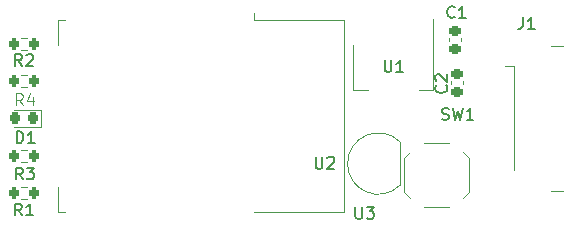
<source format=gto>
G04 #@! TF.GenerationSoftware,KiCad,Pcbnew,6.0.1-79c1e3a40b~116~ubuntu20.04.1*
G04 #@! TF.CreationDate,2022-01-19T17:49:25+01:00*
G04 #@! TF.ProjectId,usb,7573622e-6b69-4636-9164-5f7063625858,rev?*
G04 #@! TF.SameCoordinates,Original*
G04 #@! TF.FileFunction,Legend,Top*
G04 #@! TF.FilePolarity,Positive*
%FSLAX46Y46*%
G04 Gerber Fmt 4.6, Leading zero omitted, Abs format (unit mm)*
G04 Created by KiCad (PCBNEW 6.0.1-79c1e3a40b~116~ubuntu20.04.1) date 2022-01-19 17:49:25*
%MOMM*%
%LPD*%
G01*
G04 APERTURE LIST*
G04 Aperture macros list*
%AMRoundRect*
0 Rectangle with rounded corners*
0 $1 Rounding radius*
0 $2 $3 $4 $5 $6 $7 $8 $9 X,Y pos of 4 corners*
0 Add a 4 corners polygon primitive as box body*
4,1,4,$2,$3,$4,$5,$6,$7,$8,$9,$2,$3,0*
0 Add four circle primitives for the rounded corners*
1,1,$1+$1,$2,$3*
1,1,$1+$1,$4,$5*
1,1,$1+$1,$6,$7*
1,1,$1+$1,$8,$9*
0 Add four rect primitives between the rounded corners*
20,1,$1+$1,$2,$3,$4,$5,0*
20,1,$1+$1,$4,$5,$6,$7,0*
20,1,$1+$1,$6,$7,$8,$9,0*
20,1,$1+$1,$8,$9,$2,$3,0*%
G04 Aperture macros list end*
%ADD10C,0.150000*%
%ADD11C,0.125000*%
%ADD12C,0.120000*%
%ADD13R,1.000000X2.500000*%
%ADD14R,1.800000X1.000000*%
%ADD15RoundRect,0.200000X0.200000X0.275000X-0.200000X0.275000X-0.200000X-0.275000X0.200000X-0.275000X0*%
%ADD16R,1.500000X1.050000*%
%ADD17O,1.500000X1.050000*%
%ADD18RoundRect,0.218750X0.218750X0.256250X-0.218750X0.256250X-0.218750X-0.256250X0.218750X-0.256250X0*%
%ADD19RoundRect,0.225000X0.250000X-0.225000X0.250000X0.225000X-0.250000X0.225000X-0.250000X-0.225000X0*%
%ADD20R,1.500000X2.000000*%
%ADD21R,3.800000X2.000000*%
%ADD22C,1.100000*%
%ADD23R,2.500000X1.100000*%
%ADD24O,3.500000X1.900000*%
%ADD25R,1.100000X1.800000*%
G04 APERTURE END LIST*
D10*
X126168095Y-82272380D02*
X126168095Y-83081904D01*
X126215714Y-83177142D01*
X126263333Y-83224761D01*
X126358571Y-83272380D01*
X126549047Y-83272380D01*
X126644285Y-83224761D01*
X126691904Y-83177142D01*
X126739523Y-83081904D01*
X126739523Y-82272380D01*
X127168095Y-82367619D02*
X127215714Y-82320000D01*
X127310952Y-82272380D01*
X127549047Y-82272380D01*
X127644285Y-82320000D01*
X127691904Y-82367619D01*
X127739523Y-82462857D01*
X127739523Y-82558095D01*
X127691904Y-82700952D01*
X127120476Y-83272380D01*
X127739523Y-83272380D01*
X101303333Y-87226380D02*
X100970000Y-86750190D01*
X100731904Y-87226380D02*
X100731904Y-86226380D01*
X101112857Y-86226380D01*
X101208095Y-86274000D01*
X101255714Y-86321619D01*
X101303333Y-86416857D01*
X101303333Y-86559714D01*
X101255714Y-86654952D01*
X101208095Y-86702571D01*
X101112857Y-86750190D01*
X100731904Y-86750190D01*
X102255714Y-87226380D02*
X101684285Y-87226380D01*
X101970000Y-87226380D02*
X101970000Y-86226380D01*
X101874761Y-86369238D01*
X101779523Y-86464476D01*
X101684285Y-86512095D01*
X129528095Y-86512380D02*
X129528095Y-87321904D01*
X129575714Y-87417142D01*
X129623333Y-87464761D01*
X129718571Y-87512380D01*
X129909047Y-87512380D01*
X130004285Y-87464761D01*
X130051904Y-87417142D01*
X130099523Y-87321904D01*
X130099523Y-86512380D01*
X130480476Y-86512380D02*
X131099523Y-86512380D01*
X130766190Y-86893333D01*
X130909047Y-86893333D01*
X131004285Y-86940952D01*
X131051904Y-86988571D01*
X131099523Y-87083809D01*
X131099523Y-87321904D01*
X131051904Y-87417142D01*
X131004285Y-87464761D01*
X130909047Y-87512380D01*
X130623333Y-87512380D01*
X130528095Y-87464761D01*
X130480476Y-87417142D01*
X100851904Y-81114380D02*
X100851904Y-80114380D01*
X101090000Y-80114380D01*
X101232857Y-80162000D01*
X101328095Y-80257238D01*
X101375714Y-80352476D01*
X101423333Y-80542952D01*
X101423333Y-80685809D01*
X101375714Y-80876285D01*
X101328095Y-80971523D01*
X101232857Y-81066761D01*
X101090000Y-81114380D01*
X100851904Y-81114380D01*
X102375714Y-81114380D02*
X101804285Y-81114380D01*
X102090000Y-81114380D02*
X102090000Y-80114380D01*
X101994761Y-80257238D01*
X101899523Y-80352476D01*
X101804285Y-80400095D01*
X137933333Y-70417142D02*
X137885714Y-70464761D01*
X137742857Y-70512380D01*
X137647619Y-70512380D01*
X137504761Y-70464761D01*
X137409523Y-70369523D01*
X137361904Y-70274285D01*
X137314285Y-70083809D01*
X137314285Y-69940952D01*
X137361904Y-69750476D01*
X137409523Y-69655238D01*
X137504761Y-69560000D01*
X137647619Y-69512380D01*
X137742857Y-69512380D01*
X137885714Y-69560000D01*
X137933333Y-69607619D01*
X138885714Y-70512380D02*
X138314285Y-70512380D01*
X138600000Y-70512380D02*
X138600000Y-69512380D01*
X138504761Y-69655238D01*
X138409523Y-69750476D01*
X138314285Y-69798095D01*
D11*
X101363333Y-77892380D02*
X101030000Y-77416190D01*
X100791904Y-77892380D02*
X100791904Y-76892380D01*
X101172857Y-76892380D01*
X101268095Y-76940000D01*
X101315714Y-76987619D01*
X101363333Y-77082857D01*
X101363333Y-77225714D01*
X101315714Y-77320952D01*
X101268095Y-77368571D01*
X101172857Y-77416190D01*
X100791904Y-77416190D01*
X102220476Y-77225714D02*
X102220476Y-77892380D01*
X101982380Y-76844761D02*
X101744285Y-77559047D01*
X102363333Y-77559047D01*
D10*
X132008095Y-74092380D02*
X132008095Y-74901904D01*
X132055714Y-74997142D01*
X132103333Y-75044761D01*
X132198571Y-75092380D01*
X132389047Y-75092380D01*
X132484285Y-75044761D01*
X132531904Y-74997142D01*
X132579523Y-74901904D01*
X132579523Y-74092380D01*
X133579523Y-75092380D02*
X133008095Y-75092380D01*
X133293809Y-75092380D02*
X133293809Y-74092380D01*
X133198571Y-74235238D01*
X133103333Y-74330476D01*
X133008095Y-74378095D01*
X143716666Y-70450880D02*
X143716666Y-71165166D01*
X143669047Y-71308023D01*
X143573809Y-71403261D01*
X143430952Y-71450880D01*
X143335714Y-71450880D01*
X144716666Y-71450880D02*
X144145238Y-71450880D01*
X144430952Y-71450880D02*
X144430952Y-70450880D01*
X144335714Y-70593738D01*
X144240476Y-70688976D01*
X144145238Y-70736595D01*
X101303333Y-74572380D02*
X100970000Y-74096190D01*
X100731904Y-74572380D02*
X100731904Y-73572380D01*
X101112857Y-73572380D01*
X101208095Y-73620000D01*
X101255714Y-73667619D01*
X101303333Y-73762857D01*
X101303333Y-73905714D01*
X101255714Y-74000952D01*
X101208095Y-74048571D01*
X101112857Y-74096190D01*
X100731904Y-74096190D01*
X101684285Y-73667619D02*
X101731904Y-73620000D01*
X101827142Y-73572380D01*
X102065238Y-73572380D01*
X102160476Y-73620000D01*
X102208095Y-73667619D01*
X102255714Y-73762857D01*
X102255714Y-73858095D01*
X102208095Y-74000952D01*
X101636666Y-74572380D01*
X102255714Y-74572380D01*
X137207142Y-76226666D02*
X137254761Y-76274285D01*
X137302380Y-76417142D01*
X137302380Y-76512380D01*
X137254761Y-76655238D01*
X137159523Y-76750476D01*
X137064285Y-76798095D01*
X136873809Y-76845714D01*
X136730952Y-76845714D01*
X136540476Y-76798095D01*
X136445238Y-76750476D01*
X136350000Y-76655238D01*
X136302380Y-76512380D01*
X136302380Y-76417142D01*
X136350000Y-76274285D01*
X136397619Y-76226666D01*
X136397619Y-75845714D02*
X136350000Y-75798095D01*
X136302380Y-75702857D01*
X136302380Y-75464761D01*
X136350000Y-75369523D01*
X136397619Y-75321904D01*
X136492857Y-75274285D01*
X136588095Y-75274285D01*
X136730952Y-75321904D01*
X137302380Y-75893333D01*
X137302380Y-75274285D01*
X136856666Y-79084761D02*
X136999523Y-79132380D01*
X137237619Y-79132380D01*
X137332857Y-79084761D01*
X137380476Y-79037142D01*
X137428095Y-78941904D01*
X137428095Y-78846666D01*
X137380476Y-78751428D01*
X137332857Y-78703809D01*
X137237619Y-78656190D01*
X137047142Y-78608571D01*
X136951904Y-78560952D01*
X136904285Y-78513333D01*
X136856666Y-78418095D01*
X136856666Y-78322857D01*
X136904285Y-78227619D01*
X136951904Y-78180000D01*
X137047142Y-78132380D01*
X137285238Y-78132380D01*
X137428095Y-78180000D01*
X137761428Y-78132380D02*
X137999523Y-79132380D01*
X138190000Y-78418095D01*
X138380476Y-79132380D01*
X138618571Y-78132380D01*
X139523333Y-79132380D02*
X138951904Y-79132380D01*
X139237619Y-79132380D02*
X139237619Y-78132380D01*
X139142380Y-78275238D01*
X139047142Y-78370476D01*
X138951904Y-78418095D01*
X101373333Y-84180380D02*
X101040000Y-83704190D01*
X100801904Y-84180380D02*
X100801904Y-83180380D01*
X101182857Y-83180380D01*
X101278095Y-83228000D01*
X101325714Y-83275619D01*
X101373333Y-83370857D01*
X101373333Y-83513714D01*
X101325714Y-83608952D01*
X101278095Y-83656571D01*
X101182857Y-83704190D01*
X100801904Y-83704190D01*
X101706666Y-83180380D02*
X102325714Y-83180380D01*
X101992380Y-83561333D01*
X102135238Y-83561333D01*
X102230476Y-83608952D01*
X102278095Y-83656571D01*
X102325714Y-83751809D01*
X102325714Y-83989904D01*
X102278095Y-84085142D01*
X102230476Y-84132761D01*
X102135238Y-84180380D01*
X101849523Y-84180380D01*
X101754285Y-84132761D01*
X101706666Y-84085142D01*
D12*
X120980000Y-70680000D02*
X120980000Y-70070000D01*
X128600000Y-86920000D02*
X120980000Y-86920000D01*
X104360000Y-70680000D02*
X104980000Y-70680000D01*
X104360000Y-72800000D02*
X104360000Y-70680000D01*
X128600000Y-70680000D02*
X128600000Y-86920000D01*
X120980000Y-70680000D02*
X128600000Y-70680000D01*
X104980000Y-86920000D02*
X104360000Y-86920000D01*
X104360000Y-86920000D02*
X104360000Y-84800000D01*
X101707258Y-84821500D02*
X101232742Y-84821500D01*
X101707258Y-85866500D02*
X101232742Y-85866500D01*
X133320000Y-84640000D02*
X133320000Y-81040000D01*
X128869999Y-82840000D02*
G75*
G03*
X133308478Y-84678478I2600001J0D01*
G01*
X133308478Y-81001522D02*
G75*
G03*
X128870000Y-82840000I-1838478J-1838478D01*
G01*
X102955000Y-78282000D02*
X100670000Y-78282000D01*
X102955000Y-79752000D02*
X102955000Y-78282000D01*
X100670000Y-79752000D02*
X102955000Y-79752000D01*
X137440000Y-72500580D02*
X137440000Y-72219420D01*
X138460000Y-72500580D02*
X138460000Y-72219420D01*
X101707258Y-76356000D02*
X101232742Y-76356000D01*
X101707258Y-75311000D02*
X101232742Y-75311000D01*
X129320000Y-76600000D02*
X130580000Y-76600000D01*
X136140000Y-76600000D02*
X134880000Y-76600000D01*
X129320000Y-72840000D02*
X129320000Y-76600000D01*
X136140000Y-70590000D02*
X136140000Y-76600000D01*
X142930000Y-74598500D02*
X142175000Y-74598500D01*
X146100000Y-72853500D02*
X147150000Y-72853500D01*
X142930000Y-74598500D02*
X142930000Y-83398500D01*
X146100000Y-85143500D02*
X147150000Y-85143500D01*
X101707258Y-72167500D02*
X101232742Y-72167500D01*
X101707258Y-73212500D02*
X101232742Y-73212500D01*
X137610000Y-76140580D02*
X137610000Y-75859420D01*
X138630000Y-76140580D02*
X138630000Y-75859420D01*
X133680000Y-82360000D02*
X134170000Y-81870000D01*
X133680000Y-82360000D02*
X133680000Y-85260000D01*
X135360000Y-81090000D02*
X137440000Y-81090000D01*
X139120000Y-85260000D02*
X138630000Y-85750000D01*
X139120000Y-82360000D02*
X138630000Y-81870000D01*
X139120000Y-82360000D02*
X139120000Y-85260000D01*
X133680000Y-85260000D02*
X134170000Y-85750000D01*
X135360000Y-86530000D02*
X137440000Y-86530000D01*
X101707258Y-81678000D02*
X101232742Y-81678000D01*
X101707258Y-82723000D02*
X101232742Y-82723000D01*
%LPC*%
D13*
X119980000Y-71200000D03*
X117980000Y-71200000D03*
X115980000Y-71200000D03*
X113980000Y-71200000D03*
X111980000Y-71200000D03*
X109980000Y-71200000D03*
X107980000Y-71200000D03*
X105980000Y-71200000D03*
D14*
X104480000Y-73800000D03*
X104480000Y-75800000D03*
X104480000Y-77800000D03*
X104480000Y-79800000D03*
X104480000Y-81800000D03*
X104480000Y-83800000D03*
D13*
X105980000Y-86400000D03*
X107980000Y-86400000D03*
X109980000Y-86400000D03*
X111980000Y-86400000D03*
X113980000Y-86400000D03*
X115980000Y-86400000D03*
X117980000Y-86400000D03*
X119980000Y-86400000D03*
D15*
X102295000Y-85344000D03*
X100645000Y-85344000D03*
D16*
X131470000Y-84110000D03*
D17*
X131470000Y-82840000D03*
X131470000Y-81570000D03*
D18*
X102257500Y-79017000D03*
X100682500Y-79017000D03*
D19*
X137950000Y-73135000D03*
X137950000Y-71585000D03*
D15*
X102295000Y-75833500D03*
X100645000Y-75833500D03*
D20*
X135030000Y-71540000D03*
D21*
X132730000Y-77840000D03*
D20*
X132730000Y-71540000D03*
X130430000Y-71540000D03*
D22*
X144050000Y-76698500D03*
X144050000Y-81298500D03*
D23*
X141300000Y-75498500D03*
X141300000Y-77998500D03*
X141300000Y-79998500D03*
X141300000Y-82498500D03*
D24*
X144050000Y-84698500D03*
X144050000Y-73298500D03*
D15*
X102295000Y-72690000D03*
X100645000Y-72690000D03*
D19*
X138120000Y-76775000D03*
X138120000Y-75225000D03*
D25*
X138250000Y-86910000D03*
X138250000Y-80710000D03*
X134550000Y-80710000D03*
X134550000Y-86910000D03*
D15*
X102295000Y-82200500D03*
X100645000Y-82200500D03*
M02*

</source>
